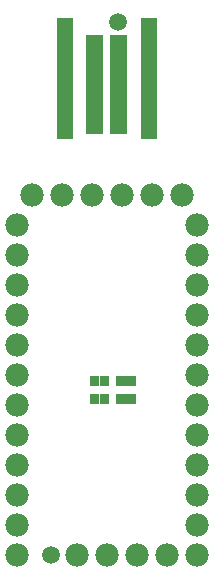
<source format=gbs>
G04 Layer: BottomSolderMaskLayer*
G04 EasyEDA v6.3.22, 2020-01-01T23:03:08+09:00*
G04 2a2561d260e348c1961537ac3ee8d2e6,67344a67363949849f01d11c0c7cf016,10*
G04 Gerber Generator version 0.2*
G04 Scale: 100 percent, Rotated: No, Reflected: No *
G04 Dimensions in inches *
G04 leading zeros omitted , absolute positions ,2 integer and 4 decimal *
%FSLAX24Y24*%
%MOIN*%
G90*
G70D02*

%ADD38C,0.078000*%
%ADD39C,0.059400*%

%LPD*%
G36*
G01X1828Y14392D02*
G01X1828Y18407D01*
G01X2380Y18407D01*
G01X2380Y14392D01*
G01X1828Y14392D01*
G37*
G36*
G01X2823Y14561D02*
G01X2823Y17838D01*
G01X3376Y17838D01*
G01X3376Y14561D01*
G01X2823Y14561D01*
G37*
G36*
G01X3623Y14561D02*
G01X3623Y17838D01*
G01X4176Y17838D01*
G01X4176Y14561D01*
G01X3623Y14561D01*
G37*
G36*
G01X4632Y14392D02*
G01X4632Y18407D01*
G01X5182Y18407D01*
G01X5182Y14392D01*
G01X4632Y14392D01*
G37*
G54D38*
G01X1000Y12500D03*
G01X500Y11500D03*
G01X500Y10500D03*
G01X500Y9500D03*
G01X500Y8500D03*
G01X500Y7500D03*
G01X500Y6500D03*
G01X500Y5500D03*
G01X500Y4500D03*
G01X500Y3500D03*
G01X500Y2500D03*
G01X500Y1500D03*
G01X500Y500D03*
G01X2000Y12500D03*
G01X3000Y12500D03*
G01X4000Y12500D03*
G01X5000Y12500D03*
G01X6000Y12500D03*
G01X6500Y11500D03*
G01X6500Y10500D03*
G01X6500Y9500D03*
G01X6500Y8500D03*
G01X6500Y7500D03*
G01X6500Y6500D03*
G01X6500Y5500D03*
G01X6500Y4500D03*
G01X6500Y3500D03*
G01X6500Y2500D03*
G01X6500Y1500D03*
G01X6500Y500D03*
G01X5500Y500D03*
G01X4500Y500D03*
G01X3500Y500D03*
G01X2500Y500D03*
G54D39*
G01X3869Y18269D03*
G01X1630Y500D03*
G36*
G01X4142Y6132D02*
G01X4142Y6467D01*
G01X4459Y6467D01*
G01X4459Y6132D01*
G01X4142Y6132D01*
G37*
G36*
G01X3809Y6132D02*
G01X3809Y6467D01*
G01X4125Y6467D01*
G01X4125Y6132D01*
G01X3809Y6132D01*
G37*
G36*
G01X3259Y5532D02*
G01X3259Y5867D01*
G01X3575Y5867D01*
G01X3575Y5532D01*
G01X3259Y5532D01*
G37*
G36*
G01X2925Y5532D02*
G01X2925Y5867D01*
G01X3240Y5867D01*
G01X3240Y5532D01*
G01X2925Y5532D01*
G37*
G36*
G01X4142Y5532D02*
G01X4142Y5867D01*
G01X4459Y5867D01*
G01X4459Y5532D01*
G01X4142Y5532D01*
G37*
G36*
G01X3809Y5532D02*
G01X3809Y5867D01*
G01X4125Y5867D01*
G01X4125Y5532D01*
G01X3809Y5532D01*
G37*
G36*
G01X3259Y6132D02*
G01X3259Y6467D01*
G01X3575Y6467D01*
G01X3575Y6132D01*
G01X3259Y6132D01*
G37*
G36*
G01X2925Y6132D02*
G01X2925Y6467D01*
G01X3240Y6467D01*
G01X3240Y6132D01*
G01X2925Y6132D01*
G37*
M00*
M02*

</source>
